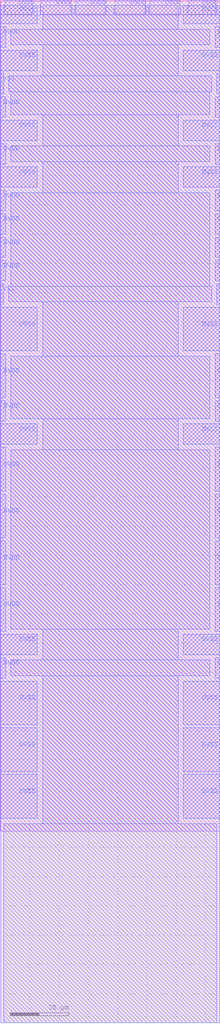
<source format=lef>
VERSION 5.7 ;
  NOWIREEXTENSIONATPIN ON ;
  DIVIDERCHAR "/" ;
  BUSBITCHARS "[]" ;
MACRO gf180mcu_fd_io__dvdd
  CLASS PAD POWER ;
  FOREIGN gf180mcu_fd_io__dvdd ;
  ORIGIN 0.000 0.000 ;
  SIZE 75.000 BY 350.000 ;
  SYMMETRY X Y R90 ;
  SITE GF_IO_Site ;
  PIN DVDD
    DIRECTION INOUT ;
    USE POWER ;
    PORT
      LAYER Metal3 ;
        RECT 73.370 118.000 75.000 125.000 ;
    END
    PORT
      LAYER Metal3 ;
        RECT 73.370 182.000 75.000 197.000 ;
    END
    PORT
      LAYER Metal3 ;
        RECT 73.370 166.000 75.000 181.000 ;
    END
    PORT
      LAYER Metal3 ;
        RECT 73.370 150.000 75.000 165.000 ;
    END
    PORT
      LAYER Metal3 ;
        RECT 73.370 134.000 75.000 149.000 ;
    END
    PORT
      LAYER Metal3 ;
        RECT 73.370 214.000 75.000 229.000 ;
    END
    PORT
      LAYER Metal3 ;
        RECT 73.370 206.000 75.000 213.000 ;
    END
    PORT
      LAYER Metal3 ;
        RECT 73.370 254.000 75.000 261.000 ;
    END
    PORT
      LAYER Metal3 ;
        RECT 73.370 278.000 75.000 285.000 ;
    END
    PORT
      LAYER Metal3 ;
        RECT 73.370 270.000 75.000 277.000 ;
    END
    PORT
      LAYER Metal3 ;
        RECT 73.370 262.000 75.000 269.000 ;
    END
    PORT
      LAYER Metal3 ;
        RECT 73.370 294.000 75.000 301.000 ;
    END
    PORT
      LAYER Metal3 ;
        RECT 73.370 310.000 75.000 317.000 ;
    END
    PORT
      LAYER Metal3 ;
        RECT 73.370 334.000 75.000 341.000 ;
    END
    PORT
      LAYER Metal2 ;
        RECT 1.360 345.345 10.860 350.000 ;
    END
    PORT
      LAYER Metal2 ;
        RECT 13.760 345.345 24.010 350.000 ;
    END
    PORT
      LAYER Metal2 ;
        RECT 25.610 345.345 35.860 350.000 ;
    END
    PORT
      LAYER Metal2 ;
        RECT 39.140 345.345 49.390 350.000 ;
    END
    PORT
      LAYER Metal2 ;
        RECT 50.990 345.345 61.240 350.000 ;
    END
    PORT
      LAYER Metal3 ;
        RECT 0.000 334.000 1.630 341.000 ;
    END
    PORT
      LAYER Metal3 ;
        RECT 0.000 310.000 1.630 317.000 ;
    END
    PORT
      LAYER Metal3 ;
        RECT 0.000 294.000 1.630 301.000 ;
    END
    PORT
      LAYER Metal3 ;
        RECT 0.000 262.000 1.630 269.000 ;
    END
    PORT
      LAYER Metal3 ;
        RECT 0.000 270.000 1.630 277.000 ;
    END
    PORT
      LAYER Metal3 ;
        RECT 0.000 278.000 1.630 285.000 ;
    END
    PORT
      LAYER Metal3 ;
        RECT 0.000 254.000 1.630 261.000 ;
    END
    PORT
      LAYER Metal3 ;
        RECT 0.000 206.000 1.630 213.000 ;
    END
    PORT
      LAYER Metal3 ;
        RECT 0.000 214.000 1.630 229.000 ;
    END
    PORT
      LAYER Metal3 ;
        RECT 0.000 134.000 1.630 149.000 ;
    END
    PORT
      LAYER Metal3 ;
        RECT 0.000 150.000 1.630 165.000 ;
    END
    PORT
      LAYER Metal3 ;
        RECT 0.000 166.000 1.630 181.000 ;
    END
    PORT
      LAYER Metal3 ;
        RECT 0.000 182.000 1.630 197.000 ;
    END
    PORT
      LAYER Metal3 ;
        RECT 0.000 118.000 1.630 125.000 ;
    END
    PORT
      LAYER Metal2 ;
        RECT 64.140 345.345 73.640 350.000 ;
    END
  END DVDD
  PIN DVSS
    DIRECTION INOUT ;
    USE GROUND ;
    PORT
      LAYER Metal3 ;
        RECT 62.490 102.000 75.000 117.000 ;
    END
    PORT
      LAYER Metal3 ;
        RECT 62.490 86.000 75.000 101.000 ;
    END
    PORT
      LAYER Metal3 ;
        RECT 62.490 70.000 75.000 85.000 ;
    END
    PORT
      LAYER Metal3 ;
        RECT 62.490 126.000 75.000 133.000 ;
    END
    PORT
      LAYER Metal3 ;
        RECT 62.490 198.000 75.000 205.000 ;
    END
    PORT
      LAYER Metal3 ;
        RECT 62.490 230.000 75.000 245.000 ;
    END
    PORT
      LAYER Metal3 ;
        RECT 62.490 286.000 75.000 293.000 ;
    END
    PORT
      LAYER Metal3 ;
        RECT 62.490 302.000 75.000 309.000 ;
    END
    PORT
      LAYER Metal3 ;
        RECT 62.490 326.000 75.000 333.000 ;
    END
    PORT
      LAYER Metal3 ;
        RECT 62.490 342.000 75.000 348.390 ;
    END
    PORT
      LAYER Metal3 ;
        RECT 0.000 342.000 12.510 348.390 ;
    END
    PORT
      LAYER Metal3 ;
        RECT 0.000 326.000 12.510 333.000 ;
    END
    PORT
      LAYER Metal3 ;
        RECT 0.000 302.000 12.510 309.000 ;
    END
    PORT
      LAYER Metal3 ;
        RECT 0.000 286.000 12.510 293.000 ;
    END
    PORT
      LAYER Metal3 ;
        RECT 0.000 230.000 12.510 245.000 ;
    END
    PORT
      LAYER Metal3 ;
        RECT 0.000 198.000 12.510 205.000 ;
    END
    PORT
      LAYER Metal3 ;
        RECT 0.000 126.000 12.510 133.000 ;
    END
    PORT
      LAYER Metal3 ;
        RECT 0.000 70.000 12.510 85.000 ;
    END
    PORT
      LAYER Metal3 ;
        RECT 0.000 86.000 12.510 101.000 ;
    END
    PORT
      LAYER Metal3 ;
        RECT 0.000 102.000 12.510 117.000 ;
    END
  END DVSS
  PIN VSS
    DIRECTION INOUT ;
    USE GROUND ;
    PORT
      LAYER Metal3 ;
        RECT 74.000 246.000 75.000 253.000 ;
    END
    PORT
      LAYER Metal3 ;
        RECT 74.000 318.000 75.000 325.000 ;
    END
    PORT
      LAYER Metal3 ;
        RECT 0.000 318.000 1.000 325.000 ;
    END
    PORT
      LAYER Metal3 ;
        RECT 0.000 246.000 1.000 253.000 ;
    END
  END VSS
  OBS
      LAYER Metal1 ;
        RECT -0.160 65.540 75.160 349.785 ;
      LAYER Metal2 ;
        RECT 0.000 345.045 1.060 348.390 ;
        RECT 11.160 345.045 13.460 348.390 ;
        RECT 24.310 345.045 25.310 348.390 ;
        RECT 36.160 345.045 38.840 348.390 ;
        RECT 49.690 345.045 50.690 348.390 ;
        RECT 61.540 345.045 63.840 348.390 ;
        RECT 73.940 345.045 75.000 348.390 ;
        RECT 0.000 0.000 75.000 345.045 ;
      LAYER Metal3 ;
        RECT 14.310 340.200 60.690 348.390 ;
        RECT 3.430 334.800 71.570 340.200 ;
        RECT 14.310 324.200 60.690 334.800 ;
        RECT 2.800 318.800 72.200 324.200 ;
        RECT 3.430 310.800 71.570 318.800 ;
        RECT 14.310 300.200 60.690 310.800 ;
        RECT 3.430 294.800 71.570 300.200 ;
        RECT 14.310 284.200 60.690 294.800 ;
        RECT 3.430 252.200 71.570 284.200 ;
        RECT 2.800 246.800 72.200 252.200 ;
        RECT 14.310 228.200 60.690 246.800 ;
        RECT 3.430 206.800 71.570 228.200 ;
        RECT 14.310 196.200 60.690 206.800 ;
        RECT 3.430 134.800 71.570 196.200 ;
        RECT 14.310 124.200 60.690 134.800 ;
        RECT 3.430 118.800 71.570 124.200 ;
        RECT 14.310 68.200 60.690 118.800 ;
        RECT 1.000 0.000 74.000 68.200 ;
  END
END gf180mcu_fd_io__dvdd
END LIBRARY


</source>
